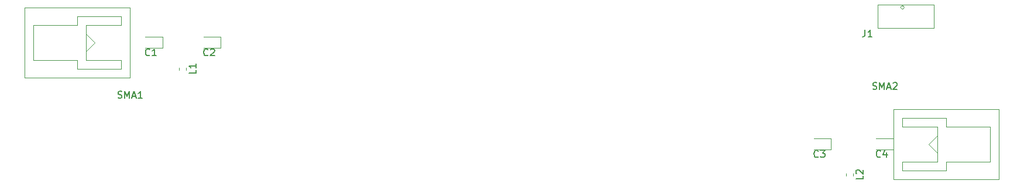
<source format=gbr>
G04 #@! TF.GenerationSoftware,KiCad,Pcbnew,5.1.2-f72e74a~84~ubuntu18.04.1*
G04 #@! TF.CreationDate,2019-11-21T14:14:44+01:00*
G04 #@! TF.ProjectId,FR4_proto,4652345f-7072-46f7-946f-2e6b69636164,rev?*
G04 #@! TF.SameCoordinates,Original*
G04 #@! TF.FileFunction,Legend,Top*
G04 #@! TF.FilePolarity,Positive*
%FSLAX46Y46*%
G04 Gerber Fmt 4.6, Leading zero omitted, Abs format (unit mm)*
G04 Created by KiCad (PCBNEW 5.1.2-f72e74a~84~ubuntu18.04.1) date 2019-11-21 14:14:44*
%MOMM*%
%LPD*%
G04 APERTURE LIST*
%ADD10C,0.120000*%
%ADD11C,0.150000*%
G04 APERTURE END LIST*
D10*
X174240000Y-83820000D02*
G75*
G03X174240000Y-83820000I-250000J0D01*
G01*
X170420000Y-83390000D02*
X178520000Y-83390000D01*
X178520000Y-86790000D02*
X170420000Y-86790000D01*
X170420000Y-83390000D02*
X170420000Y-86790000D01*
X178520000Y-83390000D02*
X178520000Y-86790000D01*
X179070000Y-104910000D02*
X177800000Y-103640000D01*
X179070000Y-102370000D02*
X177800000Y-103640000D01*
X172720000Y-108720000D02*
X187960000Y-108720000D01*
X187960000Y-98560000D02*
X172720000Y-98560000D01*
X173990000Y-106180000D02*
X173990000Y-107450000D01*
X179070000Y-106180000D02*
X173990000Y-106180000D01*
X179070000Y-101100000D02*
X179070000Y-106180000D01*
X173990000Y-101100000D02*
X179070000Y-101100000D01*
X173990000Y-99830000D02*
X173990000Y-101100000D01*
X186690000Y-101100000D02*
X186690000Y-106180000D01*
X180340000Y-101100000D02*
X186690000Y-101100000D01*
X180340000Y-99830000D02*
X180340000Y-101100000D01*
X180340000Y-106180000D02*
X186690000Y-106180000D01*
X180340000Y-107450000D02*
X180340000Y-106180000D01*
X187960000Y-108720000D02*
X187960000Y-98560000D01*
X172720000Y-98560000D02*
X172720000Y-108720000D01*
X180340000Y-107450000D02*
X173990000Y-107450000D01*
X173990000Y-99830000D02*
X180340000Y-99830000D01*
X55880000Y-87630000D02*
X57150000Y-88900000D01*
X55880000Y-90170000D02*
X57150000Y-88900000D01*
X62230000Y-83820000D02*
X46990000Y-83820000D01*
X46990000Y-93980000D02*
X62230000Y-93980000D01*
X60960000Y-86360000D02*
X60960000Y-85090000D01*
X55880000Y-86360000D02*
X60960000Y-86360000D01*
X55880000Y-91440000D02*
X55880000Y-86360000D01*
X60960000Y-91440000D02*
X55880000Y-91440000D01*
X60960000Y-92710000D02*
X60960000Y-91440000D01*
X48260000Y-91440000D02*
X48260000Y-86360000D01*
X54610000Y-91440000D02*
X48260000Y-91440000D01*
X54610000Y-92710000D02*
X54610000Y-91440000D01*
X54610000Y-86360000D02*
X48260000Y-86360000D01*
X54610000Y-85090000D02*
X54610000Y-86360000D01*
X46990000Y-83820000D02*
X46990000Y-93980000D01*
X62230000Y-93980000D02*
X62230000Y-83820000D01*
X54610000Y-85090000D02*
X60960000Y-85090000D01*
X60960000Y-92710000D02*
X54610000Y-92710000D01*
X165860000Y-107873733D02*
X165860000Y-108216267D01*
X166880000Y-107873733D02*
X166880000Y-108216267D01*
X69340000Y-92533733D02*
X69340000Y-92876267D01*
X70360000Y-92533733D02*
X70360000Y-92876267D01*
X172665000Y-102826000D02*
X170180000Y-102826000D01*
X172665000Y-104396000D02*
X172665000Y-102826000D01*
X170180000Y-104396000D02*
X172665000Y-104396000D01*
X163645000Y-102826000D02*
X161160000Y-102826000D01*
X163645000Y-104396000D02*
X163645000Y-102826000D01*
X161160000Y-104396000D02*
X163645000Y-104396000D01*
X75345000Y-88115000D02*
X72860000Y-88115000D01*
X75345000Y-89685000D02*
X75345000Y-88115000D01*
X72860000Y-89685000D02*
X75345000Y-89685000D01*
X66925000Y-88115000D02*
X64440000Y-88115000D01*
X66925000Y-89685000D02*
X66925000Y-88115000D01*
X64440000Y-89685000D02*
X66925000Y-89685000D01*
D11*
X168576666Y-87082380D02*
X168576666Y-87796666D01*
X168529047Y-87939523D01*
X168433809Y-88034761D01*
X168290952Y-88082380D01*
X168195714Y-88082380D01*
X169576666Y-88082380D02*
X169005238Y-88082380D01*
X169290952Y-88082380D02*
X169290952Y-87082380D01*
X169195714Y-87225238D01*
X169100476Y-87320476D01*
X169005238Y-87368095D01*
X169688095Y-95654761D02*
X169830952Y-95702380D01*
X170069047Y-95702380D01*
X170164285Y-95654761D01*
X170211904Y-95607142D01*
X170259523Y-95511904D01*
X170259523Y-95416666D01*
X170211904Y-95321428D01*
X170164285Y-95273809D01*
X170069047Y-95226190D01*
X169878571Y-95178571D01*
X169783333Y-95130952D01*
X169735714Y-95083333D01*
X169688095Y-94988095D01*
X169688095Y-94892857D01*
X169735714Y-94797619D01*
X169783333Y-94750000D01*
X169878571Y-94702380D01*
X170116666Y-94702380D01*
X170259523Y-94750000D01*
X170688095Y-95702380D02*
X170688095Y-94702380D01*
X171021428Y-95416666D01*
X171354761Y-94702380D01*
X171354761Y-95702380D01*
X171783333Y-95416666D02*
X172259523Y-95416666D01*
X171688095Y-95702380D02*
X172021428Y-94702380D01*
X172354761Y-95702380D01*
X172640476Y-94797619D02*
X172688095Y-94750000D01*
X172783333Y-94702380D01*
X173021428Y-94702380D01*
X173116666Y-94750000D01*
X173164285Y-94797619D01*
X173211904Y-94892857D01*
X173211904Y-94988095D01*
X173164285Y-95130952D01*
X172592857Y-95702380D01*
X173211904Y-95702380D01*
X60468095Y-96924761D02*
X60610952Y-96972380D01*
X60849047Y-96972380D01*
X60944285Y-96924761D01*
X60991904Y-96877142D01*
X61039523Y-96781904D01*
X61039523Y-96686666D01*
X60991904Y-96591428D01*
X60944285Y-96543809D01*
X60849047Y-96496190D01*
X60658571Y-96448571D01*
X60563333Y-96400952D01*
X60515714Y-96353333D01*
X60468095Y-96258095D01*
X60468095Y-96162857D01*
X60515714Y-96067619D01*
X60563333Y-96020000D01*
X60658571Y-95972380D01*
X60896666Y-95972380D01*
X61039523Y-96020000D01*
X61468095Y-96972380D02*
X61468095Y-95972380D01*
X61801428Y-96686666D01*
X62134761Y-95972380D01*
X62134761Y-96972380D01*
X62563333Y-96686666D02*
X63039523Y-96686666D01*
X62468095Y-96972380D02*
X62801428Y-95972380D01*
X63134761Y-96972380D01*
X63991904Y-96972380D02*
X63420476Y-96972380D01*
X63706190Y-96972380D02*
X63706190Y-95972380D01*
X63610952Y-96115238D01*
X63515714Y-96210476D01*
X63420476Y-96258095D01*
X168252380Y-108211666D02*
X168252380Y-108687857D01*
X167252380Y-108687857D01*
X167347619Y-107925952D02*
X167300000Y-107878333D01*
X167252380Y-107783095D01*
X167252380Y-107545000D01*
X167300000Y-107449761D01*
X167347619Y-107402142D01*
X167442857Y-107354523D01*
X167538095Y-107354523D01*
X167680952Y-107402142D01*
X168252380Y-107973571D01*
X168252380Y-107354523D01*
X71732380Y-92871666D02*
X71732380Y-93347857D01*
X70732380Y-93347857D01*
X71732380Y-92014523D02*
X71732380Y-92585952D01*
X71732380Y-92300238D02*
X70732380Y-92300238D01*
X70875238Y-92395476D01*
X70970476Y-92490714D01*
X71018095Y-92585952D01*
X170813333Y-105448142D02*
X170765714Y-105495761D01*
X170622857Y-105543380D01*
X170527619Y-105543380D01*
X170384761Y-105495761D01*
X170289523Y-105400523D01*
X170241904Y-105305285D01*
X170194285Y-105114809D01*
X170194285Y-104971952D01*
X170241904Y-104781476D01*
X170289523Y-104686238D01*
X170384761Y-104591000D01*
X170527619Y-104543380D01*
X170622857Y-104543380D01*
X170765714Y-104591000D01*
X170813333Y-104638619D01*
X171670476Y-104876714D02*
X171670476Y-105543380D01*
X171432380Y-104495761D02*
X171194285Y-105210047D01*
X171813333Y-105210047D01*
X161793333Y-105448142D02*
X161745714Y-105495761D01*
X161602857Y-105543380D01*
X161507619Y-105543380D01*
X161364761Y-105495761D01*
X161269523Y-105400523D01*
X161221904Y-105305285D01*
X161174285Y-105114809D01*
X161174285Y-104971952D01*
X161221904Y-104781476D01*
X161269523Y-104686238D01*
X161364761Y-104591000D01*
X161507619Y-104543380D01*
X161602857Y-104543380D01*
X161745714Y-104591000D01*
X161793333Y-104638619D01*
X162126666Y-104543380D02*
X162745714Y-104543380D01*
X162412380Y-104924333D01*
X162555238Y-104924333D01*
X162650476Y-104971952D01*
X162698095Y-105019571D01*
X162745714Y-105114809D01*
X162745714Y-105352904D01*
X162698095Y-105448142D01*
X162650476Y-105495761D01*
X162555238Y-105543380D01*
X162269523Y-105543380D01*
X162174285Y-105495761D01*
X162126666Y-105448142D01*
X73493333Y-90737142D02*
X73445714Y-90784761D01*
X73302857Y-90832380D01*
X73207619Y-90832380D01*
X73064761Y-90784761D01*
X72969523Y-90689523D01*
X72921904Y-90594285D01*
X72874285Y-90403809D01*
X72874285Y-90260952D01*
X72921904Y-90070476D01*
X72969523Y-89975238D01*
X73064761Y-89880000D01*
X73207619Y-89832380D01*
X73302857Y-89832380D01*
X73445714Y-89880000D01*
X73493333Y-89927619D01*
X73874285Y-89927619D02*
X73921904Y-89880000D01*
X74017142Y-89832380D01*
X74255238Y-89832380D01*
X74350476Y-89880000D01*
X74398095Y-89927619D01*
X74445714Y-90022857D01*
X74445714Y-90118095D01*
X74398095Y-90260952D01*
X73826666Y-90832380D01*
X74445714Y-90832380D01*
X65073333Y-90737142D02*
X65025714Y-90784761D01*
X64882857Y-90832380D01*
X64787619Y-90832380D01*
X64644761Y-90784761D01*
X64549523Y-90689523D01*
X64501904Y-90594285D01*
X64454285Y-90403809D01*
X64454285Y-90260952D01*
X64501904Y-90070476D01*
X64549523Y-89975238D01*
X64644761Y-89880000D01*
X64787619Y-89832380D01*
X64882857Y-89832380D01*
X65025714Y-89880000D01*
X65073333Y-89927619D01*
X66025714Y-90832380D02*
X65454285Y-90832380D01*
X65740000Y-90832380D02*
X65740000Y-89832380D01*
X65644761Y-89975238D01*
X65549523Y-90070476D01*
X65454285Y-90118095D01*
M02*

</source>
